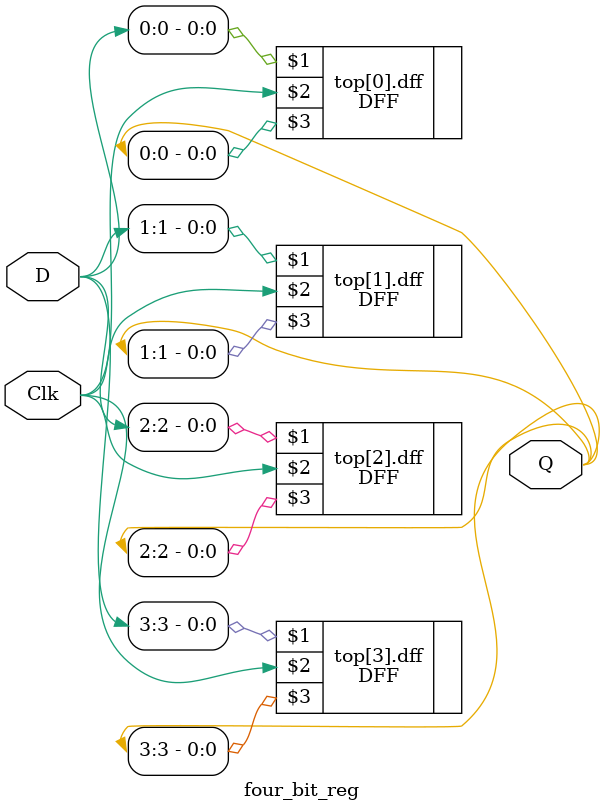
<source format=v>
module four_bit_reg(D,Clk,Q);

parameter size = 4;

input [size - 1:0] D;
input Clk;

output [size-1:0]Q;

genvar i;

generate
	for(i=0;i<size;i=i+1)begin:top
		DFF dff(D[i],Clk,Q[i]);
	end

endgenerate

endmodule	
</source>
